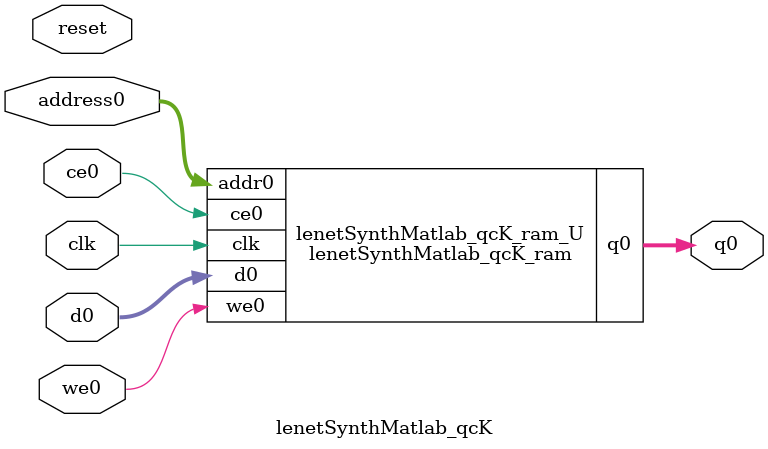
<source format=v>

`timescale 1 ns / 1 ps
module lenetSynthMatlab_qcK_ram (addr0, ce0, d0, we0, q0,  clk);

parameter DWIDTH = 32;
parameter AWIDTH = 3;
parameter MEM_SIZE = 5;

input[AWIDTH-1:0] addr0;
input ce0;
input[DWIDTH-1:0] d0;
input we0;
output reg[DWIDTH-1:0] q0;
input clk;

(* ram_style = "distributed" *)reg [DWIDTH-1:0] ram[0:MEM_SIZE-1];




always @(posedge clk)  
begin 
    if (ce0) 
    begin
        if (we0) 
        begin 
            ram[addr0] <= d0; 
            q0 <= d0;
        end 
        else 
            q0 <= ram[addr0];
    end
end


endmodule


`timescale 1 ns / 1 ps
module lenetSynthMatlab_qcK(
    reset,
    clk,
    address0,
    ce0,
    we0,
    d0,
    q0);

parameter DataWidth = 32'd32;
parameter AddressRange = 32'd5;
parameter AddressWidth = 32'd3;
input reset;
input clk;
input[AddressWidth - 1:0] address0;
input ce0;
input we0;
input[DataWidth - 1:0] d0;
output[DataWidth - 1:0] q0;



lenetSynthMatlab_qcK_ram lenetSynthMatlab_qcK_ram_U(
    .clk( clk ),
    .addr0( address0 ),
    .ce0( ce0 ),
    .we0( we0 ),
    .d0( d0 ),
    .q0( q0 ));

endmodule


</source>
